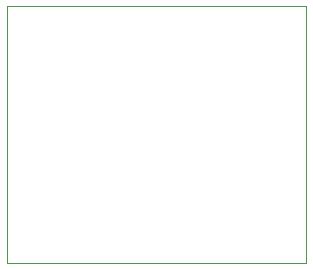
<source format=gm1>
G04*
G04 #@! TF.GenerationSoftware,Altium Limited,Altium Designer,22.1.2 (22)*
G04*
G04 Layer_Color=16711935*
%FSLAX25Y25*%
%MOIN*%
G70*
G04*
G04 #@! TF.SameCoordinates,7045D635-A460-453C-9C4B-A6245008308B*
G04*
G04*
G04 #@! TF.FilePolarity,Positive*
G04*
G01*
G75*
%ADD28C,0.00000*%
D28*
X6000Y7500D02*
X105500D01*
Y93000D01*
X6000D02*
X105500D01*
X6000Y7500D02*
Y93000D01*
M02*

</source>
